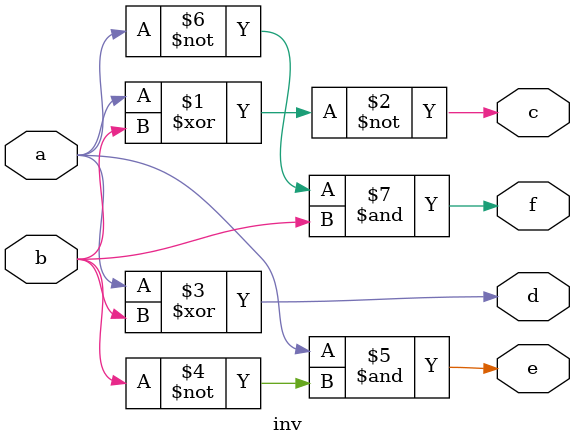
<source format=v>
`timescale 1ns / 1ps

module inv(
    input a,
    input b,
    output c,
    output d,
    output e,
    output f
);
    
assign c = ~(a^b);
assign d = (a^b);
assign e = a & ~b ;
assign f = ~a & b;
endmodule
</source>
